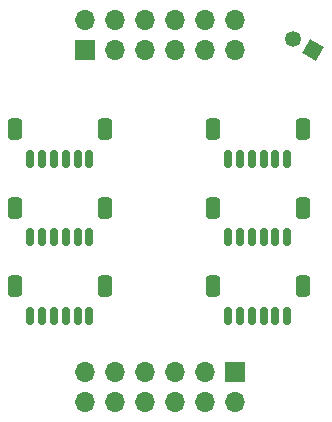
<source format=gbr>
%TF.GenerationSoftware,KiCad,Pcbnew,7.0.5*%
%TF.CreationDate,2024-01-24T02:04:37-05:00*%
%TF.ProjectId,CAMERA_ADAPTER,43414d45-5241-45f4-9144-41505445522e,rev?*%
%TF.SameCoordinates,Original*%
%TF.FileFunction,Soldermask,Top*%
%TF.FilePolarity,Negative*%
%FSLAX46Y46*%
G04 Gerber Fmt 4.6, Leading zero omitted, Abs format (unit mm)*
G04 Created by KiCad (PCBNEW 7.0.5) date 2024-01-24 02:04:37*
%MOMM*%
%LPD*%
G01*
G04 APERTURE LIST*
G04 Aperture macros list*
%AMRoundRect*
0 Rectangle with rounded corners*
0 $1 Rounding radius*
0 $2 $3 $4 $5 $6 $7 $8 $9 X,Y pos of 4 corners*
0 Add a 4 corners polygon primitive as box body*
4,1,4,$2,$3,$4,$5,$6,$7,$8,$9,$2,$3,0*
0 Add four circle primitives for the rounded corners*
1,1,$1+$1,$2,$3*
1,1,$1+$1,$4,$5*
1,1,$1+$1,$6,$7*
1,1,$1+$1,$8,$9*
0 Add four rect primitives between the rounded corners*
20,1,$1+$1,$2,$3,$4,$5,0*
20,1,$1+$1,$4,$5,$6,$7,0*
20,1,$1+$1,$6,$7,$8,$9,0*
20,1,$1+$1,$8,$9,$2,$3,0*%
%AMHorizOval*
0 Thick line with rounded ends*
0 $1 width*
0 $2 $3 position (X,Y) of the first rounded end (center of the circle)*
0 $4 $5 position (X,Y) of the second rounded end (center of the circle)*
0 Add line between two ends*
20,1,$1,$2,$3,$4,$5,0*
0 Add two circle primitives to create the rounded ends*
1,1,$1,$2,$3*
1,1,$1,$4,$5*%
%AMRotRect*
0 Rectangle, with rotation*
0 The origin of the aperture is its center*
0 $1 length*
0 $2 width*
0 $3 Rotation angle, in degrees counterclockwise*
0 Add horizontal line*
21,1,$1,$2,0,0,$3*%
G04 Aperture macros list end*
%ADD10RoundRect,0.150000X-0.150000X-0.625000X0.150000X-0.625000X0.150000X0.625000X-0.150000X0.625000X0*%
%ADD11RoundRect,0.250000X-0.350000X-0.650000X0.350000X-0.650000X0.350000X0.650000X-0.350000X0.650000X0*%
%ADD12R,1.700000X1.700000*%
%ADD13O,1.700000X1.700000*%
%ADD14RotRect,1.350000X1.350000X240.000000*%
%ADD15HorizOval,1.350000X0.000000X0.000000X0.000000X0.000000X0*%
G04 APERTURE END LIST*
D10*
%TO.C,J3*%
X139160000Y-95698621D03*
X140160000Y-95698621D03*
X141160000Y-95698621D03*
X142160000Y-95698621D03*
X143160000Y-95698621D03*
X144160000Y-95698621D03*
D11*
X137860000Y-93173621D03*
X145460000Y-93173621D03*
%TD*%
D10*
%TO.C,J5*%
X139160000Y-109023621D03*
X140160000Y-109023621D03*
X141160000Y-109023621D03*
X142160000Y-109023621D03*
X143160000Y-109023621D03*
X144160000Y-109023621D03*
D11*
X137860000Y-106498621D03*
X145460000Y-106498621D03*
%TD*%
D10*
%TO.C,J6*%
X155910000Y-95698621D03*
X156910000Y-95698621D03*
X157910000Y-95698621D03*
X158910000Y-95698621D03*
X159910000Y-95698621D03*
X160910000Y-95698621D03*
D11*
X154610000Y-93173621D03*
X162210000Y-93173621D03*
%TD*%
D12*
%TO.C,J1*%
X143810000Y-86465599D03*
D13*
X143810000Y-83925599D03*
X146350000Y-86465599D03*
X146350000Y-83925599D03*
X148890000Y-86465599D03*
X148890000Y-83925599D03*
X151430000Y-86465599D03*
X151430000Y-83925599D03*
X153970000Y-86465599D03*
X153970000Y-83925599D03*
X156510000Y-86465599D03*
X156510000Y-83925599D03*
%TD*%
D10*
%TO.C,J4*%
X139160000Y-102361121D03*
X140160000Y-102361121D03*
X141160000Y-102361121D03*
X142160000Y-102361121D03*
X143160000Y-102361121D03*
X144160000Y-102361121D03*
D11*
X137860000Y-99836121D03*
X145460000Y-99836121D03*
%TD*%
D12*
%TO.C,J2*%
X156510000Y-113743621D03*
D13*
X156510000Y-116283621D03*
X153970000Y-113743621D03*
X153970000Y-116283621D03*
X151430000Y-113743621D03*
X151430000Y-116283621D03*
X148890000Y-113743621D03*
X148890000Y-116283621D03*
X146350000Y-113743621D03*
X146350000Y-116283621D03*
X143810000Y-113743621D03*
X143810000Y-116283621D03*
%TD*%
D14*
%TO.C,J9*%
X163130000Y-86528621D03*
D15*
X161397949Y-85528621D03*
%TD*%
D10*
%TO.C,J8*%
X155910000Y-109023621D03*
X156910000Y-109023621D03*
X157910000Y-109023621D03*
X158910000Y-109023621D03*
X159910000Y-109023621D03*
X160910000Y-109023621D03*
D11*
X154610000Y-106498621D03*
X162210000Y-106498621D03*
%TD*%
D10*
%TO.C,J7*%
X155910000Y-102361121D03*
X156910000Y-102361121D03*
X157910000Y-102361121D03*
X158910000Y-102361121D03*
X159910000Y-102361121D03*
X160910000Y-102361121D03*
D11*
X154610000Y-99836121D03*
X162210000Y-99836121D03*
%TD*%
M02*

</source>
